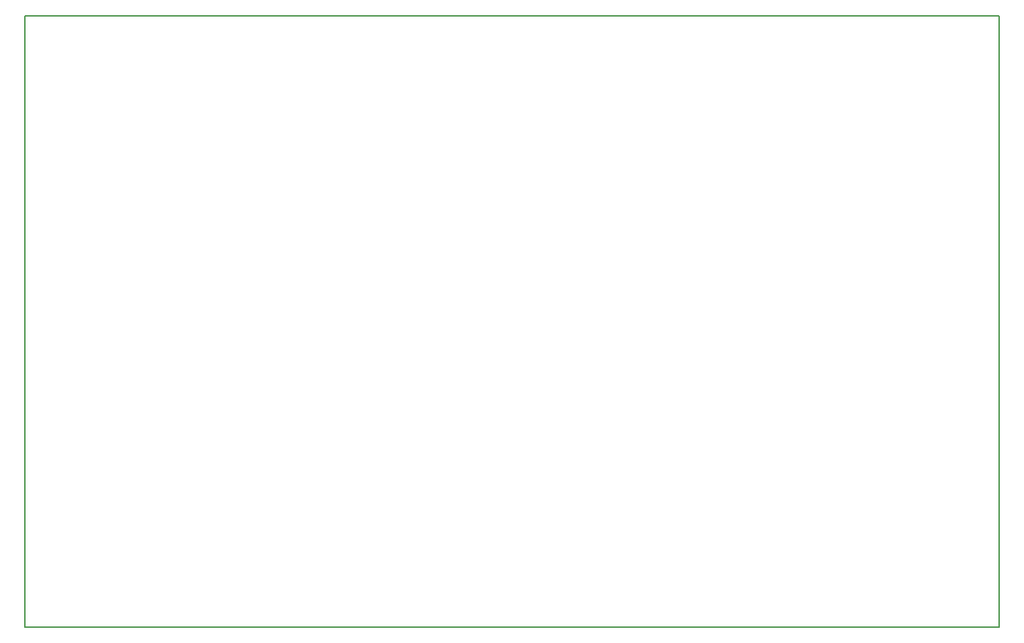
<source format=gbr>
G04 #@! TF.FileFunction,Profile,NP*
%FSLAX46Y46*%
G04 Gerber Fmt 4.6, Leading zero omitted, Abs format (unit mm)*
G04 Created by KiCad (PCBNEW 4.0.4+e1-6308~48~ubuntu14.04.1-stable) date Tue Oct 18 21:26:25 2016*
%MOMM*%
%LPD*%
G01*
G04 APERTURE LIST*
%ADD10C,0.100000*%
%ADD11C,0.150000*%
G04 APERTURE END LIST*
D10*
D11*
X175260000Y-90170000D02*
X175260000Y-77470000D01*
X55880000Y-90170000D02*
X55880000Y-77470000D01*
X175260000Y-77470000D02*
X55880000Y-77470000D01*
X55880000Y-152400000D02*
X55880000Y-90170000D01*
X55880000Y-152400000D02*
X175260000Y-152400000D01*
X175260000Y-90170000D02*
X175260000Y-152400000D01*
M02*

</source>
